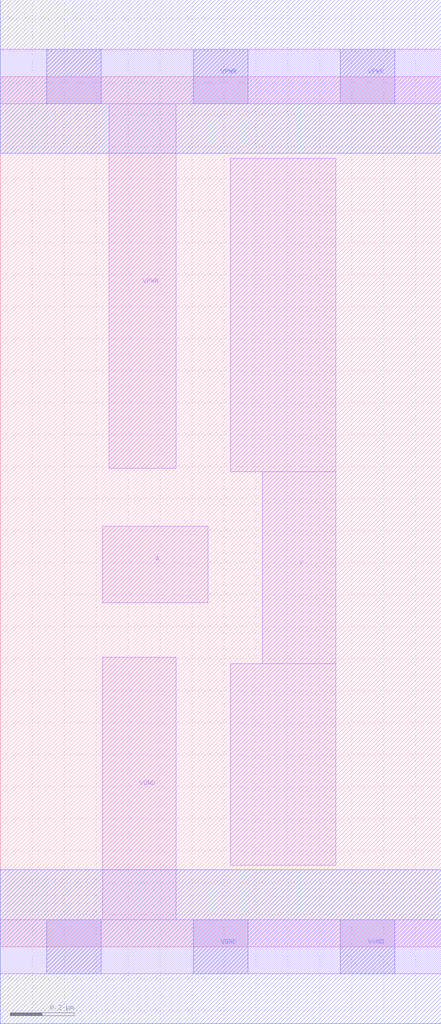
<source format=lef>
# Copyright 2020 The SkyWater PDK Authors
#
# Licensed under the Apache License, Version 2.0 (the "License");
# you may not use this file except in compliance with the License.
# You may obtain a copy of the License at
#
#     https://www.apache.org/licenses/LICENSE-2.0
#
# Unless required by applicable law or agreed to in writing, software
# distributed under the License is distributed on an "AS IS" BASIS,
# WITHOUT WARRANTIES OR CONDITIONS OF ANY KIND, either express or implied.
# See the License for the specific language governing permissions and
# limitations under the License.
#
# SPDX-License-Identifier: Apache-2.0

VERSION 5.7 ;
  NAMESCASESENSITIVE ON ;
  NOWIREEXTENSIONATPIN ON ;
  DIVIDERCHAR "/" ;
  BUSBITCHARS "[]" ;
UNITS
  DATABASE MICRONS 200 ;
END UNITS
MACRO sky130_fd_sc_hd__inv_1
  CLASS CORE ;
  SOURCE USER ;
  FOREIGN sky130_fd_sc_hd__inv_1 ;
  ORIGIN  0.000000  0.000000 ;
  SIZE  1.380000 BY  2.720000 ;
  SYMMETRY X Y R90 ;
  SITE unithd ;
  PIN A
    ANTENNAGATEAREA  0.247500 ;
    DIRECTION INPUT ;
    USE SIGNAL ;
    PORT
      LAYER li1 ;
        RECT 0.320000 1.075000 0.650000 1.315000 ;
    END
  END A
  PIN Y
    ANTENNADIFFAREA  0.429000 ;
    DIRECTION OUTPUT ;
    USE SIGNAL ;
    PORT
      LAYER li1 ;
        RECT 0.720000 0.255000 1.050000 0.885000 ;
        RECT 0.720000 1.485000 1.050000 2.465000 ;
        RECT 0.820000 0.885000 1.050000 1.485000 ;
    END
  END Y
  PIN VGND
    DIRECTION INOUT ;
    SHAPE ABUTMENT ;
    USE GROUND ;
    PORT
      LAYER li1 ;
        RECT 0.000000 -0.085000 1.380000 0.085000 ;
        RECT 0.320000  0.085000 0.550000 0.905000 ;
      LAYER mcon ;
        RECT 0.145000 -0.085000 0.315000 0.085000 ;
        RECT 0.605000 -0.085000 0.775000 0.085000 ;
        RECT 1.065000 -0.085000 1.235000 0.085000 ;
      LAYER met1 ;
        RECT 0.000000 -0.240000 1.380000 0.240000 ;
    END
  END VGND
  PIN VPWR
    DIRECTION INOUT ;
    SHAPE ABUTMENT ;
    USE POWER ;
    PORT
      LAYER li1 ;
        RECT 0.000000 2.635000 1.380000 2.805000 ;
        RECT 0.340000 1.495000 0.550000 2.635000 ;
      LAYER mcon ;
        RECT 0.145000 2.635000 0.315000 2.805000 ;
        RECT 0.605000 2.635000 0.775000 2.805000 ;
        RECT 1.065000 2.635000 1.235000 2.805000 ;
      LAYER met1 ;
        RECT 0.000000 2.480000 1.380000 2.960000 ;
    END
  END VPWR
END sky130_fd_sc_hd__inv_1

</source>
